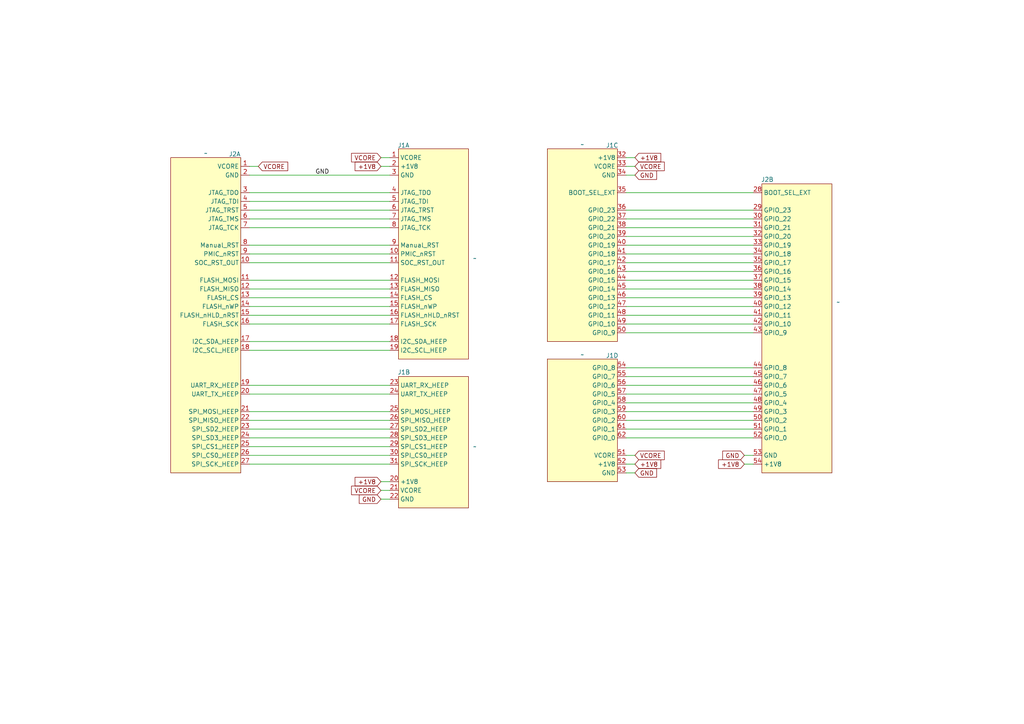
<source format=kicad_sch>
(kicad_sch (version 20231120) (generator "eeschema") (generator_version "8.0")
  (paper "A4")
  (lib_symbols
    (symbol "X-MODs_SchLib:HEEP_Board_Header_Conn_1.27mm" (in_bom no)
      (property "Reference" "J" (at 0.508 1.778 0))
      (symbol "HEEP_Board_Header_Conn_1.27mm_1_1"
        (rectangle (start 0 0) (end 20.32 -91.44) (stroke (width 0) (color 128 0 0 1)) (fill (type background)))
        (pin passive line (at -2.54 -2.54 0) (length 2.54) (name "VCORE") (number "1"))
        (pin passive line (at -2.54 -30.48 0) (length 2.54) (name "SOC_RST_OUT") (number "10"))
        (pin passive line (at -2.54 -35.56 0) (length 2.54) (name "FLASH_MOSI") (number "11"))
        (pin passive line (at -2.54 -38.1 0) (length 2.54) (name "FLASH_MISO") (number "12"))
        (pin passive line (at -2.54 -40.64 0) (length 2.54) (name "FLASH_CS") (number "13"))
        (pin passive line (at -2.54 -43.18 0) (length 2.54) (name "FLASH_nWP") (number "14"))
        (pin passive line (at -2.54 -45.72 0) (length 2.54) (name "FLASH_nHLD_nRST") (number "15"))
        (pin passive line (at -2.54 -48.26 0) (length 2.54) (name "FLASH_SCK") (number "16"))
        (pin passive line (at -2.54 -53.34 0) (length 2.54) (name "I2C_SDA_HEEP") (number "17"))
        (pin passive line (at -2.54 -55.88 0) (length 2.54) (name "I2C_SCL_HEEP") (number "18"))
        (pin passive line (at -2.54 -66.04 0) (length 2.54) (name "UART_RX_HEEP") (number "19"))
        (pin passive line (at -2.54 -5.08 0) (length 2.54) (name "GND") (number "2"))
        (pin passive line (at -2.54 -68.58 0) (length 2.54) (name "UART_TX_HEEP") (number "20"))
        (pin passive line (at -2.54 -73.66 0) (length 2.54) (name "SPI_MOSI_HEEP") (number "21"))
        (pin passive line (at -2.54 -76.2 0) (length 2.54) (name "SPI_MISO_HEEP") (number "22"))
        (pin passive line (at -2.54 -78.74 0) (length 2.54) (name "SPI_SD2_HEEP") (number "23"))
        (pin passive line (at -2.54 -81.28 0) (length 2.54) (name "SPI_SD3_HEEP") (number "24"))
        (pin passive line (at -2.54 -83.82 0) (length 2.54) (name "SPI_CS1_HEEP") (number "25"))
        (pin passive line (at -2.54 -86.36 0) (length 2.54) (name "SPI_CS0_HEEP") (number "26"))
        (pin passive line (at -2.54 -88.9 0) (length 2.54) (name "SPI_SCK_HEEP") (number "27"))
        (pin passive line (at -2.54 -10.16 0) (length 2.54) (name "JTAG_TDO") (number "3"))
        (pin passive line (at -2.54 -12.7 0) (length 2.54) (name "JTAG_TDI") (number "4"))
        (pin passive line (at -2.54 -15.24 0) (length 2.54) (name "JTAG_TRST") (number "5"))
        (pin passive line (at -2.54 -17.78 0) (length 2.54) (name "JTAG_TMS") (number "6"))
        (pin passive line (at -2.54 -20.32 0) (length 2.54) (name "JTAG_TCK") (number "7"))
        (pin passive line (at -2.54 -25.4 0) (length 2.54) (name "Manual_RST") (number "8"))
        (pin passive line (at -2.54 -27.94 0) (length 2.54) (name "PMIC_nRST") (number "9"))
      )
      (symbol "HEEP_Board_Header_Conn_1.27mm_2_1"
        (rectangle (start 0 0) (end 20.32 -83.82) (stroke (width 0) (color 128 0 0 1)) (fill (type background)))
        (pin passive line (at -2.54 -81.28 0) (length 2.54) (name "BOOT_SEL_EXT") (number "28"))
        (pin passive line (at -2.54 -76.2 0) (length 2.54) (name "GPIO_23") (number "29"))
        (pin passive line (at -2.54 -73.66 0) (length 2.54) (name "GPIO_22") (number "30"))
        (pin passive line (at -2.54 -71.12 0) (length 2.54) (name "GPIO_21") (number "31"))
        (pin passive line (at -2.54 -68.58 0) (length 2.54) (name "GPIO_20") (number "32"))
        (pin passive line (at -2.54 -66.04 0) (length 2.54) (name "GPIO_19") (number "33"))
        (pin passive line (at -2.54 -63.5 0) (length 2.54) (name "GPIO_18") (number "34"))
        (pin passive line (at -2.54 -60.96 0) (length 2.54) (name "GPIO_17") (number "35"))
        (pin passive line (at -2.54 -58.42 0) (length 2.54) (name "GPIO_16") (number "36"))
        (pin passive line (at -2.54 -55.88 0) (length 2.54) (name "GPIO_15") (number "37"))
        (pin passive line (at -2.54 -53.34 0) (length 2.54) (name "GPIO_14") (number "38"))
        (pin passive line (at -2.54 -50.8 0) (length 2.54) (name "GPIO_13") (number "39"))
        (pin passive line (at -2.54 -48.26 0) (length 2.54) (name "GPIO_12") (number "40"))
        (pin passive line (at -2.54 -45.72 0) (length 2.54) (name "GPIO_11") (number "41"))
        (pin passive line (at -2.54 -43.18 0) (length 2.54) (name "GPIO_10") (number "42"))
        (pin passive line (at -2.54 -40.64 0) (length 2.54) (name "GPIO_9") (number "43"))
        (pin passive line (at -2.54 -30.48 0) (length 2.54) (name "GPIO_8") (number "44"))
        (pin passive line (at -2.54 -27.94 0) (length 2.54) (name "GPIO_7") (number "45"))
        (pin passive line (at -2.54 -25.4 0) (length 2.54) (name "GPIO_6") (number "46"))
        (pin passive line (at -2.54 -22.86 0) (length 2.54) (name "GPIO_5") (number "47"))
        (pin passive line (at -2.54 -20.32 0) (length 2.54) (name "GPIO_4") (number "48"))
        (pin passive line (at -2.54 -17.78 0) (length 2.54) (name "GPIO_3") (number "49"))
        (pin passive line (at -2.54 -15.24 0) (length 2.54) (name "GPIO_2") (number "50"))
        (pin passive line (at -2.54 -12.7 0) (length 2.54) (name "GPIO_1") (number "51"))
        (pin passive line (at -2.54 -10.16 0) (length 2.54) (name "GPIO_0") (number "52"))
        (pin passive line (at -2.54 -5.08 0) (length 2.54) (name "GND") (number "53"))
        (pin passive line (at -2.54 -2.54 0) (length 2.54) (name "+1V8") (number "54"))
      )
    )
    (symbol "X-MODs_SchLib:HEEP_Board_Socket_Conn_1.27mm" (in_bom no)
      (property "Reference" "J" (at 0.508 1.778 0))
      (symbol "HEEP_Board_Socket_Conn_1.27mm_1_1"
        (rectangle (start 0 0) (end 20.32 -60.96) (stroke (width 0) (color 128 0 0 1)) (fill (type background)))
        (pin passive line (at -2.54 -2.54 0) (length 2.54) (name "VCORE") (number "1"))
        (pin passive line (at -2.54 -30.48 0) (length 2.54) (name "PMIC_nRST") (number "10"))
        (pin passive line (at -2.54 -33.02 0) (length 2.54) (name "SOC_RST_OUT") (number "11"))
        (pin passive line (at -2.54 -38.1 0) (length 2.54) (name "FLASH_MOSI") (number "12"))
        (pin passive line (at -2.54 -40.64 0) (length 2.54) (name "FLASH_MISO") (number "13"))
        (pin passive line (at -2.54 -43.18 0) (length 2.54) (name "FLASH_CS") (number "14"))
        (pin passive line (at -2.54 -45.72 0) (length 2.54) (name "FLASH_nWP") (number "15"))
        (pin passive line (at -2.54 -48.26 0) (length 2.54) (name "FLASH_nHLD_nRST") (number "16"))
        (pin passive line (at -2.54 -50.8 0) (length 2.54) (name "FLASH_SCK") (number "17"))
        (pin passive line (at -2.54 -55.88 0) (length 2.54) (name "I2C_SDA_HEEP") (number "18"))
        (pin passive line (at -2.54 -58.42 0) (length 2.54) (name "I2C_SCL_HEEP") (number "19"))
        (pin passive line (at -2.54 -5.08 0) (length 2.54) (name "+1V8") (number "2"))
        (pin passive line (at -2.54 -7.62 0) (length 2.54) (name "GND") (number "3"))
        (pin passive line (at -2.54 -12.7 0) (length 2.54) (name "JTAG_TDO") (number "4"))
        (pin passive line (at -2.54 -15.24 0) (length 2.54) (name "JTAG_TDI") (number "5"))
        (pin passive line (at -2.54 -17.78 0) (length 2.54) (name "JTAG_TRST") (number "6"))
        (pin passive line (at -2.54 -20.32 0) (length 2.54) (name "JTAG_TMS") (number "7"))
        (pin passive line (at -2.54 -22.86 0) (length 2.54) (name "JTAG_TCK") (number "8"))
        (pin passive line (at -2.54 -27.94 0) (length 2.54) (name "Manual_RST") (number "9"))
      )
      (symbol "HEEP_Board_Socket_Conn_1.27mm_2_1"
        (rectangle (start 0 0) (end 20.32 -38.1) (stroke (width 0) (color 128 0 0 1)) (fill (type background)))
        (pin passive line (at -2.54 -30.48 0) (length 2.54) (name "+1V8") (number "20"))
        (pin passive line (at -2.54 -33.02 0) (length 2.54) (name "VCORE") (number "21"))
        (pin passive line (at -2.54 -35.56 0) (length 2.54) (name "GND") (number "22"))
        (pin passive line (at -2.54 -2.54 0) (length 2.54) (name "UART_RX_HEEP") (number "23"))
        (pin passive line (at -2.54 -5.08 0) (length 2.54) (name "UART_TX_HEEP") (number "24"))
        (pin passive line (at -2.54 -10.16 0) (length 2.54) (name "SPI_MOSI_HEEP") (number "25"))
        (pin passive line (at -2.54 -12.7 0) (length 2.54) (name "SPI_MISO_HEEP") (number "26"))
        (pin passive line (at -2.54 -15.24 0) (length 2.54) (name "SPI_SD2_HEEP") (number "27"))
        (pin passive line (at -2.54 -17.78 0) (length 2.54) (name "SPI_SD3_HEEP") (number "28"))
        (pin passive line (at -2.54 -20.32 0) (length 2.54) (name "SPI_CS1_HEEP") (number "29"))
        (pin passive line (at -2.54 -22.86 0) (length 2.54) (name "SPI_CS0_HEEP") (number "30"))
        (pin passive line (at -2.54 -25.4 0) (length 2.54) (name "SPI_SCK_HEEP") (number "31"))
      )
      (symbol "HEEP_Board_Socket_Conn_1.27mm_3_1"
        (rectangle (start 0 0) (end 20.32 -55.88) (stroke (width 0) (color 128 0 0 1)) (fill (type background)))
        (pin passive line (at -2.54 -2.54 0) (length 2.54) (name "+1V8") (number "32"))
        (pin passive line (at -2.54 -5.08 0) (length 2.54) (name "VCORE") (number "33"))
        (pin passive line (at -2.54 -7.62 0) (length 2.54) (name "GND") (number "34"))
        (pin passive line (at -2.54 -12.7 0) (length 2.54) (name "BOOT_SEL_EXT") (number "35"))
        (pin passive line (at -2.54 -17.78 0) (length 2.54) (name "GPIO_23") (number "36"))
        (pin passive line (at -2.54 -20.32 0) (length 2.54) (name "GPIO_22") (number "37"))
        (pin passive line (at -2.54 -22.86 0) (length 2.54) (name "GPIO_21") (number "38"))
        (pin passive line (at -2.54 -25.4 0) (length 2.54) (name "GPIO_20") (number "39"))
        (pin passive line (at -2.54 -27.94 0) (length 2.54) (name "GPIO_19") (number "40"))
        (pin passive line (at -2.54 -30.48 0) (length 2.54) (name "GPIO_18") (number "41"))
        (pin passive line (at -2.54 -33.02 0) (length 2.54) (name "GPIO_17") (number "42"))
        (pin passive line (at -2.54 -35.56 0) (length 2.54) (name "GPIO_16") (number "43"))
        (pin passive line (at -2.54 -38.1 0) (length 2.54) (name "GPIO_15") (number "44"))
        (pin passive line (at -2.54 -40.64 0) (length 2.54) (name "GPIO_14") (number "45"))
        (pin passive line (at -2.54 -43.18 0) (length 2.54) (name "GPIO_13") (number "46"))
        (pin passive line (at -2.54 -45.72 0) (length 2.54) (name "GPIO_12") (number "47"))
        (pin passive line (at -2.54 -48.26 0) (length 2.54) (name "GPIO_11") (number "48"))
        (pin passive line (at -2.54 -50.8 0) (length 2.54) (name "GPIO_10") (number "49"))
        (pin passive line (at -2.54 -53.34 0) (length 2.54) (name "GPIO_9") (number "50"))
      )
      (symbol "HEEP_Board_Socket_Conn_1.27mm_4_1"
        (rectangle (start 0 0) (end 20.32 -35.56) (stroke (width 0) (color 128 0 0 1)) (fill (type background)))
        (pin passive line (at -2.54 -27.94 0) (length 2.54) (name "VCORE") (number "51"))
        (pin passive line (at -2.54 -30.48 0) (length 2.54) (name "+1V8") (number "52"))
        (pin passive line (at -2.54 -33.02 0) (length 2.54) (name "GND") (number "53"))
        (pin passive line (at -2.54 -2.54 0) (length 2.54) (name "GPIO_8") (number "54"))
        (pin passive line (at -2.54 -5.08 0) (length 2.54) (name "GPIO_7") (number "55"))
        (pin passive line (at -2.54 -7.62 0) (length 2.54) (name "GPIO_6") (number "56"))
        (pin passive line (at -2.54 -10.16 0) (length 2.54) (name "GPIO_5") (number "57"))
        (pin passive line (at -2.54 -12.7 0) (length 2.54) (name "GPIO_4") (number "58"))
        (pin passive line (at -2.54 -15.24 0) (length 2.54) (name "GPIO_3") (number "59"))
        (pin passive line (at -2.54 -17.78 0) (length 2.54) (name "GPIO_2") (number "60"))
        (pin passive line (at -2.54 -20.32 0) (length 2.54) (name "GPIO_1") (number "61"))
        (pin passive line (at -2.54 -22.86 0) (length 2.54) (name "GPIO_0") (number "62"))
      )
    )
  )
  (wire (pts (xy 72.39 129.54) (xy 113.03 129.54)))
  (wire (pts (xy 218.44 96.52) (xy 181.61 96.52)))
  (wire (pts (xy 184.15 45.72) (xy 181.61 45.72)))
  (wire (pts (xy 72.39 55.88) (xy 113.03 55.88)))
  (wire (pts (xy 184.15 50.8) (xy 181.61 50.8)))
  (wire (pts (xy 215.9 132.08) (xy 218.44 132.08)))
  (wire (pts (xy 72.39 71.12) (xy 113.03 71.12)))
  (wire (pts (xy 218.44 119.38) (xy 181.61 119.38)))
  (wire (pts (xy 218.44 93.98) (xy 181.61 93.98)))
  (wire (pts (xy 218.44 109.22) (xy 181.61 109.22)))
  (wire (pts (xy 218.44 111.76) (xy 181.61 111.76)))
  (wire (pts (xy 215.9 134.62) (xy 218.44 134.62)))
  (wire (pts (xy 218.44 124.46) (xy 181.61 124.46)))
  (wire (pts (xy 72.39 93.98) (xy 113.03 93.98)))
  (wire (pts (xy 72.39 132.08) (xy 113.03 132.08)))
  (wire (pts (xy 218.44 60.96) (xy 181.61 60.96)))
  (wire (pts (xy 72.39 50.8) (xy 113.03 50.8)))
  (wire (pts (xy 72.39 83.82) (xy 113.03 83.82)))
  (wire (pts (xy 72.39 81.28) (xy 113.03 81.28)))
  (wire (pts (xy 218.44 86.36) (xy 181.61 86.36)))
  (wire (pts (xy 218.44 71.12) (xy 181.61 71.12)))
  (wire (pts (xy 110.49 144.78) (xy 113.03 144.78)))
  (wire (pts (xy 72.39 88.9) (xy 113.03 88.9)))
  (wire (pts (xy 72.39 134.62) (xy 113.03 134.62)))
  (wire (pts (xy 218.44 63.5) (xy 181.61 63.5)))
  (wire (pts (xy 218.44 81.28) (xy 181.61 81.28)))
  (wire (pts (xy 218.44 91.44) (xy 181.61 91.44)))
  (wire (pts (xy 218.44 116.84) (xy 181.61 116.84)))
  (wire (pts (xy 181.61 132.08) (xy 184.15 132.08)))
  (wire (pts (xy 72.39 48.26) (xy 74.93 48.26)))
  (wire (pts (xy 218.44 121.92) (xy 181.61 121.92)))
  (wire (pts (xy 113.03 48.26) (xy 110.49 48.26)))
  (wire (pts (xy 72.39 73.66) (xy 113.03 73.66)))
  (wire (pts (xy 218.44 83.82) (xy 181.61 83.82)))
  (wire (pts (xy 110.49 142.24) (xy 113.03 142.24)))
  (wire (pts (xy 72.39 121.92) (xy 113.03 121.92)))
  (wire (pts (xy 72.39 86.36) (xy 113.03 86.36)))
  (wire (pts (xy 218.44 106.68) (xy 181.61 106.68)))
  (wire (pts (xy 72.39 114.3) (xy 113.03 114.3)))
  (wire (pts (xy 72.39 101.6) (xy 113.03 101.6)))
  (wire (pts (xy 113.03 45.72) (xy 110.49 45.72)))
  (wire (pts (xy 218.44 76.2) (xy 181.61 76.2)))
  (wire (pts (xy 110.49 139.7) (xy 113.03 139.7)))
  (wire (pts (xy 72.39 76.2) (xy 113.03 76.2)))
  (wire (pts (xy 72.39 60.96) (xy 113.03 60.96)))
  (wire (pts (xy 218.44 55.88) (xy 181.61 55.88)))
  (wire (pts (xy 218.44 73.66) (xy 181.61 73.66)))
  (wire (pts (xy 218.44 78.74) (xy 181.61 78.74)))
  (wire (pts (xy 72.39 58.42) (xy 113.03 58.42)))
  (wire (pts (xy 218.44 127) (xy 181.61 127)))
  (wire (pts (xy 218.44 68.58) (xy 181.61 68.58)))
  (wire (pts (xy 72.39 91.44) (xy 113.03 91.44)))
  (wire (pts (xy 72.39 127) (xy 113.03 127)))
  (wire (pts (xy 218.44 114.3) (xy 181.61 114.3)))
  (wire (pts (xy 72.39 99.06) (xy 113.03 99.06)))
  (wire (pts (xy 72.39 119.38) (xy 113.03 119.38)))
  (wire (pts (xy 72.39 124.46) (xy 113.03 124.46)))
  (wire (pts (xy 72.39 66.04) (xy 113.03 66.04)))
  (wire (pts (xy 218.44 66.04) (xy 181.61 66.04)))
  (wire (pts (xy 181.61 134.62) (xy 184.15 134.62)))
  (wire (pts (xy 218.44 88.9) (xy 181.61 88.9)))
  (wire (pts (xy 72.39 111.76) (xy 113.03 111.76)))
  (wire (pts (xy 184.15 48.26) (xy 181.61 48.26)))
  (wire (pts (xy 72.39 63.5) (xy 113.03 63.5)))
  (wire (pts (xy 181.61 137.16) (xy 184.15 137.16)))
  (label "GND" (at 91.44 50.8 0))
  (global_label "VCORE" (shape input) (at 110.49 142.24 180) (property "Intersheetrefs" "${INTERSHEET_REFS}" (effects (hide yes))))
  (global_label "VCORE" (shape input) (at 184.15 48.26 0) (property "Intersheetrefs" "${INTERSHEET_REFS}" (effects (hide yes))))
  (global_label "+1V8" (shape input) (at 184.15 45.72 0) (property "Intersheetrefs" "${INTERSHEET_REFS}" (effects (hide yes))))
  (global_label "GND" (shape input) (at 215.9 132.08 180) (property "Intersheetrefs" "${INTERSHEET_REFS}" (effects (hide yes))))
  (global_label "+1V8" (shape input) (at 184.15 134.62 0) (property "Intersheetrefs" "${INTERSHEET_REFS}" (effects (hide yes))))
  (global_label "VCORE" (shape input) (at 74.93 48.26 0) (property "Intersheetrefs" "${INTERSHEET_REFS}" (effects (hide yes))))
  (global_label "GND" (shape input) (at 110.49 144.78 180) (property "Intersheetrefs" "${INTERSHEET_REFS}" (effects (hide yes))))
  (global_label "VCORE" (shape input) (at 184.15 132.08 0) (property "Intersheetrefs" "${INTERSHEET_REFS}" (effects (hide yes))))
  (global_label "+1V8" (shape input) (at 215.9 134.62 180) (property "Intersheetrefs" "${INTERSHEET_REFS}" (effects (hide yes))))
  (global_label "+1V8" (shape input) (at 110.49 48.26 180) (property "Intersheetrefs" "${INTERSHEET_REFS}" (effects (hide yes))))
  (global_label "+1V8" (shape input) (at 110.49 139.7 180) (property "Intersheetrefs" "${INTERSHEET_REFS}" (effects (hide yes))))
  (global_label "GND" (shape input) (at 184.15 137.16 0) (property "Intersheetrefs" "${INTERSHEET_REFS}" (effects (hide yes))))
  (global_label "GND" (shape input) (at 184.15 50.8 0) (property "Intersheetrefs" "${INTERSHEET_REFS}" (effects (hide yes))))
  (global_label "VCORE" (shape input) (at 110.49 45.72 180) (property "Intersheetrefs" "${INTERSHEET_REFS}" (effects (hide yes))))
  (symbol (lib_id "X-MODs_SchLib:HEEP_Board_Socket_Conn_1.27mm") (at 179.07 43.18 0) (mirror y) (unit 3) (in_bom no)
    (property "Reference" "J1" (at 177.546 42.164 0))
    (property "Value" "~" (at 168.91 41.91 0))
    (property "Footprint" "X-MODs_PcbLib:HEEP_Board_Socket_Conn_1.27mm" (effects (hide yes)))
    (property "Description" "HEEP_Board_Socket_Conn_1.27mm" (effects (hide yes)))
  )
  (symbol (lib_id "X-MODs_SchLib:HEEP_Board_Socket_Conn_1.27mm") (at 115.57 43.18 0) (unit 1) (in_bom no)
    (property "Reference" "J1" (at 115.316 42.164 0) (effects (justify left)))
    (property "Value" "~" (at 137.16 74.93 0) (effects (justify left)))
    (property "Footprint" "X-MODs_PcbLib:HEEP_Board_Socket_Conn_1.27mm" (effects (hide yes)))
    (property "Description" "HEEP_Board_Socket_Conn_1.27mm" (effects (hide yes)))
  )
  (symbol (lib_id "X-MODs_SchLib:HEEP_Board_Socket_Conn_1.27mm") (at 179.07 104.14 0) (mirror y) (unit 4) (in_bom no)
    (property "Reference" "J1" (at 177.546 103.124 0))
    (property "Value" "~" (at 168.91 102.87 0))
    (property "Footprint" "X-MODs_PcbLib:HEEP_Board_Socket_Conn_1.27mm" (effects (hide yes)))
    (property "Description" "HEEP_Board_Socket_Conn_1.27mm" (effects (hide yes)))
  )
  (symbol (lib_id "X-MODs_SchLib:HEEP_Board_Header_Conn_1.27mm") (at 220.98 137.16 0) (mirror x) (unit 2) (in_bom no)
    (property "Reference" "J2" (at 220.726 52.07 0) (effects (justify left)))
    (property "Value" "~" (at 242.57 87.63 0) (effects (justify left)))
    (property "Footprint" "X-MODs_PcbLib:HEEP_Board_Header_Conn_1.27mm" (effects (hide yes)))
    (property "Description" "HEEP_Board_Castellated_Conn_1.27mm" (effects (hide yes)))
  )
  (symbol (lib_id "X-MODs_SchLib:HEEP_Board_Socket_Conn_1.27mm") (at 115.57 109.22 0) (unit 2) (in_bom no)
    (property "Reference" "J1" (at 115.316 107.95 0) (effects (justify left)))
    (property "Value" "~" (at 137.16 129.54 0) (effects (justify left)))
    (property "Footprint" "X-MODs_PcbLib:HEEP_Board_Socket_Conn_1.27mm" (effects (hide yes)))
    (property "Description" "HEEP_Board_Socket_Conn_1.27mm" (effects (hide yes)))
  )
  (symbol (lib_id "X-MODs_SchLib:HEEP_Board_Header_Conn_1.27mm") (at 69.85 45.72 0) (mirror y) (unit 1) (in_bom no)
    (property "Reference" "J2" (at 68.072 44.704 0))
    (property "Value" "~" (at 59.69 44.45 0))
    (property "Footprint" "X-MODs_PcbLib:HEEP_Board_Header_Conn_1.27mm" (effects (hide yes)))
    (property "Description" "HEEP_Board_Castellated_Conn_1.27mm" (effects (hide yes)))
  )
)
</source>
